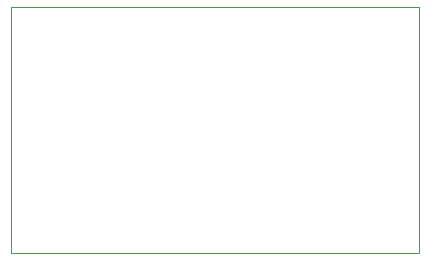
<source format=gbr>
%TF.GenerationSoftware,KiCad,Pcbnew,9.0.0-rc1-104-g6c47f32ccf*%
%TF.CreationDate,2025-01-02T15:16:23+01:00*%
%TF.ProjectId,breakoutpcbs,62726561-6b6f-4757-9470-6362732e6b69,rev?*%
%TF.SameCoordinates,PX6d3f490PY48ab840*%
%TF.FileFunction,Profile,NP*%
%FSLAX46Y46*%
G04 Gerber Fmt 4.6, Leading zero omitted, Abs format (unit mm)*
G04 Created by KiCad (PCBNEW 9.0.0-rc1-104-g6c47f32ccf) date 2025-01-02 15:16:23*
%MOMM*%
%LPD*%
G01*
G04 APERTURE LIST*
%TA.AperFunction,Profile*%
%ADD10C,0.050000*%
%TD*%
G04 APERTURE END LIST*
D10*
X0Y20828000D02*
X34544000Y20828000D01*
X34544000Y0D01*
X0Y0D01*
X0Y20828000D01*
M02*

</source>
